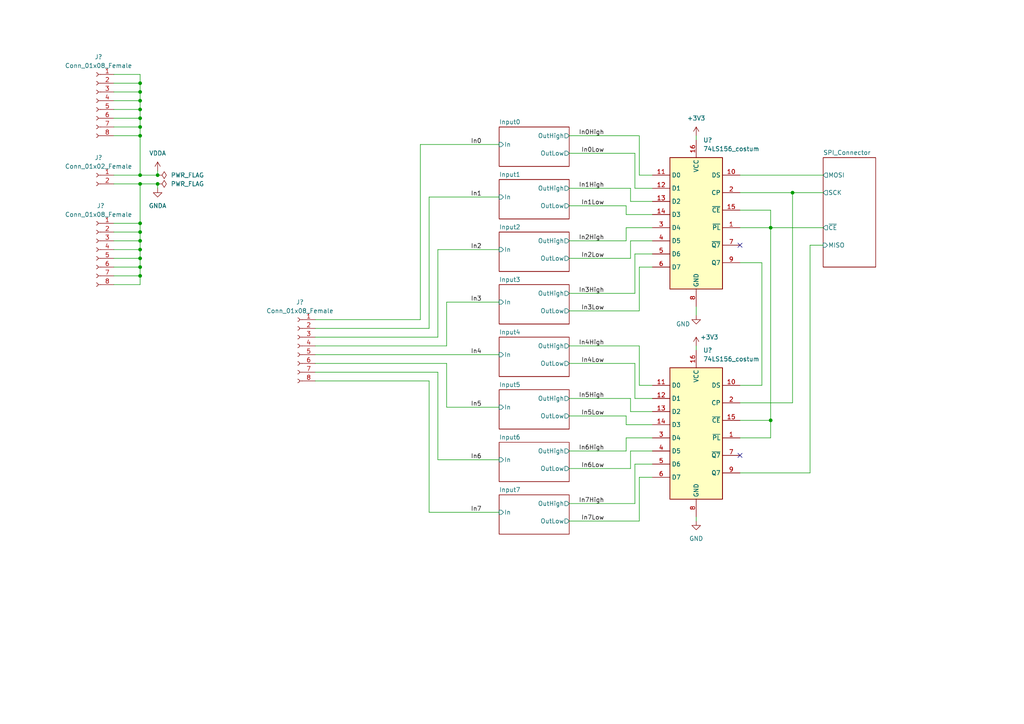
<source format=kicad_sch>
(kicad_sch (version 20211123) (generator eeschema)
  (paper "A4")
  (lib_symbols
    (symbol "Connector:Conn_01x02_Female" (pin_names (offset 1.016) hide)
      (property "Reference" "J" (at 0 2.54 0))
      (property "Value" "Conn_01x02_Female" (at 0 -5.08 0))
      (symbol "Conn_01x02_Female_1_1"
        (arc (start 0 -2.032) (mid -0.508 -2.54) (end 0 -3.048) (stroke (width 0.1524)))
        (polyline (pts (xy -1.27 -2.54) (xy -0.508 -2.54)) (stroke (width 0.1524)))
        (polyline (pts (xy -1.27 0) (xy -0.508 0)) (stroke (width 0.1524)))
        (arc (start 0 0.508) (mid -0.508 0) (end 0 -0.508) (stroke (width 0.1524)))
        (pin passive line (at -5.08 0 0) (length 3.81) (name "Pin_1") (number "1"))
        (pin passive line (at -5.08 -2.54 0) (length 3.81) (name "Pin_2") (number "2"))
      )
    )
    (symbol "Connector:Conn_01x08_Female" (pin_names (offset 1.016) hide)
      (property "Reference" "J" (at 0 10.16 0))
      (property "Value" "Conn_01x08_Female" (at 0 -12.7 0))
      (symbol "Conn_01x08_Female_1_1"
        (arc (start 0 -9.652) (mid -0.508 -10.16) (end 0 -10.668) (stroke (width 0.1524)))
        (arc (start 0 -7.112) (mid -0.508 -7.62) (end 0 -8.128) (stroke (width 0.1524)))
        (arc (start 0 -4.572) (mid -0.508 -5.08) (end 0 -5.588) (stroke (width 0.1524)))
        (arc (start 0 -2.032) (mid -0.508 -2.54) (end 0 -3.048) (stroke (width 0.1524)))
        (polyline (pts (xy -1.27 -10.16) (xy -0.508 -10.16)) (stroke (width 0.1524)))
        (polyline (pts (xy -1.27 -7.62) (xy -0.508 -7.62)) (stroke (width 0.1524)))
        (polyline (pts (xy -1.27 -5.08) (xy -0.508 -5.08)) (stroke (width 0.1524)))
        (polyline (pts (xy -1.27 -2.54) (xy -0.508 -2.54)) (stroke (width 0.1524)))
        (polyline (pts (xy -1.27 0) (xy -0.508 0)) (stroke (width 0.1524)))
        (polyline (pts (xy -1.27 2.54) (xy -0.508 2.54)) (stroke (width 0.1524)))
        (polyline (pts (xy -1.27 5.08) (xy -0.508 5.08)) (stroke (width 0.1524)))
        (polyline (pts (xy -1.27 7.62) (xy -0.508 7.62)) (stroke (width 0.1524)))
        (arc (start 0 0.508) (mid -0.508 0) (end 0 -0.508) (stroke (width 0.1524)))
        (arc (start 0 3.048) (mid -0.508 2.54) (end 0 2.032) (stroke (width 0.1524)))
        (arc (start 0 5.588) (mid -0.508 5.08) (end 0 4.572) (stroke (width 0.1524)))
        (arc (start 0 8.128) (mid -0.508 7.62) (end 0 7.112) (stroke (width 0.1524)))
        (pin passive line (at -5.08 7.62 0) (length 3.81) (name "Pin_1") (number "1"))
        (pin passive line (at -5.08 5.08 0) (length 3.81) (name "Pin_2") (number "2"))
        (pin passive line (at -5.08 2.54 0) (length 3.81) (name "Pin_3") (number "3"))
        (pin passive line (at -5.08 0 0) (length 3.81) (name "Pin_4") (number "4"))
        (pin passive line (at -5.08 -2.54 0) (length 3.81) (name "Pin_5") (number "5"))
        (pin passive line (at -5.08 -5.08 0) (length 3.81) (name "Pin_6") (number "6"))
        (pin passive line (at -5.08 -7.62 0) (length 3.81) (name "Pin_7") (number "7"))
        (pin passive line (at -5.08 -10.16 0) (length 3.81) (name "Pin_8") (number "8"))
      )
    )
    (symbol "multi_input:74LS156_costum"
      (property "Reference" "U" (at -6.35 20.32 0))
      (property "Value" "74LS156_costum" (at 10.16 20.32 0))
      (symbol "74LS156_costum_1_0"
        (pin input line (at 12.7 -2.54 180) (length 5.08) (name "~{PL}") (number "1"))
        (pin input line (at 12.7 12.7 180) (length 5.08) (name "DS") (number "10"))
        (pin input line (at -12.7 12.7 0) (length 5.08) (name "D0") (number "11"))
        (pin input line (at -12.7 8.89 0) (length 5.08) (name "D1") (number "12"))
        (pin input line (at -12.7 5.08 0) (length 5.08) (name "D2") (number "13"))
        (pin input line (at -12.7 1.27 0) (length 5.08) (name "D3") (number "14"))
        (pin input line (at 12.7 2.54 180) (length 5.08) (name "~{CE}") (number "15"))
        (pin power_in line (at 0 22.86 270) (length 5.08) (name "VCC") (number "16"))
        (pin input line (at 12.7 7.62 180) (length 5.08) (name "CP") (number "2"))
        (pin input line (at -12.7 -2.54 0) (length 5.08) (name "D4") (number "3"))
        (pin input line (at -12.7 -6.35 0) (length 5.08) (name "D5") (number "4"))
        (pin input line (at -12.7 -10.16 0) (length 5.08) (name "D6") (number "5"))
        (pin input line (at -12.7 -13.97 0) (length 5.08) (name "D7") (number "6"))
        (pin output line (at 12.7 -7.62 180) (length 5.08) (name "~{Q7}") (number "7"))
        (pin power_in line (at 0 -25.4 90) (length 5.08) (name "GND") (number "8"))
        (pin output line (at 12.7 -12.7 180) (length 5.08) (name "Q7") (number "9"))
      )
      (symbol "74LS156_costum_1_1"
        (rectangle (start -7.62 17.78) (end 7.62 -20.32) (stroke (width 0.254)) (fill (type background)))
      )
    )
    (symbol "power:+3V3" (power) (pin_names (offset 0))
      (property "Value" "+3V3" (at 0 3.556 0))
      (symbol "+3V3_0_1"
        (polyline (pts (xy -0.762 1.27) (xy 0 2.54)))
        (polyline (pts (xy 0 0) (xy 0 2.54)))
        (polyline (pts (xy 0 2.54) (xy 0.762 1.27)))
      )
      (symbol "+3V3_1_1"
        (pin power_in line (at 0 0 90) (length 0) hide (name "+3V3") (number "1"))
      )
    )
    (symbol "power:GND" (power) (pin_names (offset 0))
      (property "Value" "GND" (at 0 -3.81 0))
      (symbol "GND_0_1"
        (polyline (pts (xy 0 0) (xy 0 -1.27) (xy 1.27 -1.27) (xy 0 -2.54) (xy -1.27 -1.27) (xy 0 -1.27)))
      )
      (symbol "GND_1_1"
        (pin power_in line (at 0 0 270) (length 0) hide (name "GND") (number "1"))
      )
    )
    (symbol "power:GNDA" (power) (pin_names (offset 0))
      (property "Value" "GNDA" (at 0 -3.81 0))
      (symbol "GNDA_0_1"
        (polyline (pts (xy 0 0) (xy 0 -1.27) (xy 1.27 -1.27) (xy 0 -2.54) (xy -1.27 -1.27) (xy 0 -1.27)))
      )
      (symbol "GNDA_1_1"
        (pin power_in line (at 0 0 270) (length 0) hide (name "GNDA") (number "1"))
      )
    )
    (symbol "power:PWR_FLAG" (power) (pin_numbers hide) (pin_names (offset 0) hide)
      (property "Value" "PWR_FLAG" (at 0 3.81 0))
      (symbol "PWR_FLAG_0_0"
        (pin power_out line (at 0 0 90) (length 0) (name "pwr") (number "1"))
      )
      (symbol "PWR_FLAG_0_1"
        (polyline (pts (xy 0 0) (xy 0 1.27) (xy -1.016 1.905) (xy 0 2.54) (xy 1.016 1.905) (xy 0 1.27)))
      )
    )
    (symbol "power:VDDA" (power) (pin_names (offset 0))
      (property "Value" "VDDA" (at 0 3.81 0))
      (symbol "VDDA_0_1"
        (polyline (pts (xy -0.762 1.27) (xy 0 2.54)))
        (polyline (pts (xy 0 0) (xy 0 2.54)))
        (polyline (pts (xy 0 2.54) (xy 0.762 1.27)))
      )
      (symbol "VDDA_1_1"
        (pin power_in line (at 0 0 90) (length 0) hide (name "VDDA") (number "1"))
      )
    )
  )
  (junction (at 40.64 36.83))
  (junction (at 45.72 53.34))
  (junction (at 40.64 24.13))
  (junction (at 229.87 55.88))
  (junction (at 40.64 31.75))
  (junction (at 40.64 53.34))
  (junction (at 40.64 29.21))
  (junction (at 40.64 67.31))
  (junction (at 40.64 72.39))
  (junction (at 40.64 80.01))
  (junction (at 223.52 66.04))
  (junction (at 40.64 26.67))
  (junction (at 40.64 34.29))
  (junction (at 40.64 39.37))
  (junction (at 223.52 121.92))
  (junction (at 40.64 77.47))
  (junction (at 40.64 69.85))
  (junction (at 40.64 74.93))
  (junction (at 40.64 50.8))
  (junction (at 40.64 64.77))
  (junction (at 45.72 50.8))
  (no_connect (at 214.63 132.08))
  (no_connect (at 214.63 71.12))
  (wire (pts (xy 181.61 130.81) (xy 165.1 130.81)))
  (wire (pts (xy 185.42 111.76) (xy 189.23 111.76)))
  (wire (pts (xy 40.64 74.93) (xy 40.64 77.47)))
  (wire (pts (xy 91.44 100.33) (xy 129.54 100.33)))
  (wire (pts (xy 40.64 82.55) (xy 33.02 82.55)))
  (wire (pts (xy 238.76 66.04) (xy 223.52 66.04)))
  (wire (pts (xy 184.15 73.66) (xy 184.15 85.09)))
  (wire (pts (xy 40.64 74.93) (xy 33.02 74.93)))
  (wire (pts (xy 185.42 138.43) (xy 189.23 138.43)))
  (wire (pts (xy 185.42 50.8) (xy 189.23 50.8)))
  (wire (pts (xy 40.64 29.21) (xy 33.02 29.21)))
  (wire (pts (xy 201.93 100.33) (xy 201.93 101.6)))
  (wire (pts (xy 181.61 66.04) (xy 189.23 66.04)))
  (wire (pts (xy 182.88 130.81) (xy 182.88 135.89)))
  (wire (pts (xy 185.42 151.13) (xy 165.1 151.13)))
  (wire (pts (xy 91.44 105.41) (xy 129.54 105.41)))
  (wire (pts (xy 223.52 121.92) (xy 223.52 127)))
  (wire (pts (xy 181.61 123.19) (xy 189.23 123.19)))
  (wire (pts (xy 124.46 95.25) (xy 124.46 57.15)))
  (wire (pts (xy 40.64 67.31) (xy 40.64 69.85)))
  (wire (pts (xy 220.98 111.76) (xy 214.63 111.76)))
  (wire (pts (xy 182.88 54.61) (xy 182.88 58.42)))
  (wire (pts (xy 33.02 53.34) (xy 40.64 53.34)))
  (wire (pts (xy 40.64 36.83) (xy 40.64 39.37)))
  (wire (pts (xy 40.64 64.77) (xy 33.02 64.77)))
  (wire (pts (xy 181.61 120.65) (xy 181.61 123.19)))
  (wire (pts (xy 182.88 130.81) (xy 189.23 130.81)))
  (wire (pts (xy 181.61 69.85) (xy 165.1 69.85)))
  (wire (pts (xy 234.95 71.12) (xy 238.76 71.12)))
  (wire (pts (xy 201.93 149.86) (xy 201.93 151.13)))
  (wire (pts (xy 91.44 102.87) (xy 144.78 102.87)))
  (wire (pts (xy 181.61 59.69) (xy 181.61 62.23)))
  (wire (pts (xy 185.42 90.17) (xy 165.1 90.17)))
  (wire (pts (xy 40.64 77.47) (xy 33.02 77.47)))
  (wire (pts (xy 40.64 53.34) (xy 45.72 53.34)))
  (wire (pts (xy 40.64 80.01) (xy 40.64 82.55)))
  (wire (pts (xy 45.72 50.8) (xy 40.64 50.8)))
  (wire (pts (xy 234.95 137.16) (xy 234.95 71.12)))
  (wire (pts (xy 182.88 119.38) (xy 189.23 119.38)))
  (wire (pts (xy 40.64 50.8) (xy 40.64 39.37)))
  (wire (pts (xy 45.72 53.34) (xy 45.72 54.61)))
  (wire (pts (xy 165.1 120.65) (xy 181.61 120.65)))
  (wire (pts (xy 185.42 39.37) (xy 185.42 50.8)))
  (wire (pts (xy 40.64 64.77) (xy 40.64 67.31)))
  (wire (pts (xy 40.64 72.39) (xy 40.64 74.93)))
  (wire (pts (xy 165.1 100.33) (xy 185.42 100.33)))
  (wire (pts (xy 184.15 115.57) (xy 189.23 115.57)))
  (wire (pts (xy 214.63 137.16) (xy 234.95 137.16)))
  (wire (pts (xy 223.52 66.04) (xy 223.52 121.92)))
  (wire (pts (xy 45.72 49.53) (xy 45.72 50.8)))
  (wire (pts (xy 214.63 55.88) (xy 229.87 55.88)))
  (wire (pts (xy 165.1 54.61) (xy 182.88 54.61)))
  (wire (pts (xy 127 97.79) (xy 127 72.39)))
  (wire (pts (xy 40.64 24.13) (xy 40.64 26.67)))
  (wire (pts (xy 40.64 21.59) (xy 33.02 21.59)))
  (wire (pts (xy 40.64 36.83) (xy 33.02 36.83)))
  (wire (pts (xy 40.64 31.75) (xy 33.02 31.75)))
  (wire (pts (xy 184.15 44.45) (xy 184.15 54.61)))
  (wire (pts (xy 223.52 121.92) (xy 214.63 121.92)))
  (wire (pts (xy 182.88 115.57) (xy 182.88 119.38)))
  (wire (pts (xy 124.46 110.49) (xy 124.46 148.59)))
  (wire (pts (xy 40.64 26.67) (xy 40.64 29.21)))
  (wire (pts (xy 91.44 107.95) (xy 127 107.95)))
  (wire (pts (xy 184.15 85.09) (xy 165.1 85.09)))
  (wire (pts (xy 40.64 77.47) (xy 40.64 80.01)))
  (wire (pts (xy 40.64 34.29) (xy 40.64 36.83)))
  (wire (pts (xy 182.88 74.93) (xy 165.1 74.93)))
  (wire (pts (xy 127 72.39) (xy 144.78 72.39)))
  (wire (pts (xy 40.64 21.59) (xy 40.64 24.13)))
  (wire (pts (xy 129.54 118.11) (xy 144.78 118.11)))
  (wire (pts (xy 165.1 105.41) (xy 184.15 105.41)))
  (wire (pts (xy 181.61 66.04) (xy 181.61 69.85)))
  (wire (pts (xy 185.42 77.47) (xy 185.42 90.17)))
  (wire (pts (xy 91.44 97.79) (xy 127 97.79)))
  (wire (pts (xy 229.87 55.88) (xy 238.76 55.88)))
  (wire (pts (xy 129.54 100.33) (xy 129.54 87.63)))
  (wire (pts (xy 214.63 76.2) (xy 220.98 76.2)))
  (wire (pts (xy 40.64 24.13) (xy 33.02 24.13)))
  (wire (pts (xy 40.64 67.31) (xy 33.02 67.31)))
  (wire (pts (xy 91.44 110.49) (xy 124.46 110.49)))
  (wire (pts (xy 40.64 53.34) (xy 40.64 64.77)))
  (wire (pts (xy 121.92 92.71) (xy 121.92 41.91)))
  (wire (pts (xy 184.15 54.61) (xy 189.23 54.61)))
  (wire (pts (xy 229.87 116.84) (xy 214.63 116.84)))
  (wire (pts (xy 229.87 55.88) (xy 229.87 116.84)))
  (wire (pts (xy 40.64 34.29) (xy 33.02 34.29)))
  (wire (pts (xy 214.63 50.8) (xy 238.76 50.8)))
  (wire (pts (xy 121.92 41.91) (xy 144.78 41.91)))
  (wire (pts (xy 184.15 73.66) (xy 189.23 73.66)))
  (wire (pts (xy 129.54 87.63) (xy 144.78 87.63)))
  (wire (pts (xy 91.44 95.25) (xy 124.46 95.25)))
  (wire (pts (xy 91.44 92.71) (xy 121.92 92.71)))
  (wire (pts (xy 165.1 59.69) (xy 181.61 59.69)))
  (wire (pts (xy 201.93 88.9) (xy 201.93 91.44)))
  (wire (pts (xy 182.88 135.89) (xy 165.1 135.89)))
  (wire (pts (xy 181.61 127) (xy 181.61 130.81)))
  (wire (pts (xy 181.61 62.23) (xy 189.23 62.23)))
  (wire (pts (xy 214.63 127) (xy 223.52 127)))
  (wire (pts (xy 181.61 127) (xy 189.23 127)))
  (wire (pts (xy 40.64 80.01) (xy 33.02 80.01)))
  (wire (pts (xy 223.52 60.96) (xy 223.52 66.04)))
  (wire (pts (xy 40.64 72.39) (xy 33.02 72.39)))
  (wire (pts (xy 129.54 105.41) (xy 129.54 118.11)))
  (wire (pts (xy 220.98 76.2) (xy 220.98 111.76)))
  (wire (pts (xy 40.64 39.37) (xy 33.02 39.37)))
  (wire (pts (xy 40.64 29.21) (xy 40.64 31.75)))
  (wire (pts (xy 182.88 58.42) (xy 189.23 58.42)))
  (wire (pts (xy 124.46 148.59) (xy 144.78 148.59)))
  (wire (pts (xy 124.46 57.15) (xy 144.78 57.15)))
  (wire (pts (xy 40.64 26.67) (xy 33.02 26.67)))
  (wire (pts (xy 182.88 69.85) (xy 182.88 74.93)))
  (wire (pts (xy 165.1 115.57) (xy 182.88 115.57)))
  (wire (pts (xy 185.42 100.33) (xy 185.42 111.76)))
  (wire (pts (xy 201.93 39.37) (xy 201.93 40.64)))
  (wire (pts (xy 127 133.35) (xy 144.78 133.35)))
  (wire (pts (xy 185.42 138.43) (xy 185.42 151.13)))
  (wire (pts (xy 185.42 77.47) (xy 189.23 77.47)))
  (wire (pts (xy 33.02 50.8) (xy 40.64 50.8)))
  (wire (pts (xy 165.1 39.37) (xy 185.42 39.37)))
  (wire (pts (xy 214.63 66.04) (xy 223.52 66.04)))
  (wire (pts (xy 184.15 146.05) (xy 165.1 146.05)))
  (wire (pts (xy 40.64 31.75) (xy 40.64 34.29)))
  (wire (pts (xy 184.15 134.62) (xy 184.15 146.05)))
  (wire (pts (xy 165.1 44.45) (xy 184.15 44.45)))
  (wire (pts (xy 182.88 69.85) (xy 189.23 69.85)))
  (wire (pts (xy 223.52 60.96) (xy 214.63 60.96)))
  (wire (pts (xy 184.15 134.62) (xy 189.23 134.62)))
  (wire (pts (xy 40.64 69.85) (xy 33.02 69.85)))
  (wire (pts (xy 40.64 69.85) (xy 40.64 72.39)))
  (wire (pts (xy 184.15 105.41) (xy 184.15 115.57)))
  (wire (pts (xy 127 107.95) (xy 127 133.35)))
  (label "In3High" (at 175.26 85.09 180))
  (label "In6" (at 139.7 133.35 180))
  (label "In4Low" (at 175.26 105.41 180))
  (label "In0" (at 139.7 41.91 180))
  (label "In2" (at 139.7 72.39 180))
  (label "In3" (at 139.7 87.63 180))
  (label "In6High" (at 175.26 130.81 180))
  (label "In0Low" (at 175.26 44.45 180))
  (label "In4" (at 139.7 102.87 180))
  (label "In1High" (at 175.26 54.61 180))
  (label "In5" (at 139.7 118.11 180))
  (label "In1" (at 139.7 57.15 180))
  (label "In0High" (at 175.26 39.37 180))
  (label "In7Low" (at 175.26 151.13 180))
  (label "In5Low" (at 175.26 120.65 180))
  (label "In7High" (at 175.26 146.05 180))
  (label "In7" (at 139.7 148.59 180))
  (label "In5High" (at 175.26 115.57 180))
  (label "In3Low" (at 175.26 90.17 180))
  (label "In2High" (at 175.26 69.85 180))
  (label "In4High" (at 175.26 100.33 180))
  (label "In1Low" (at 175.26 59.69 180))
  (label "In6Low" (at 175.26 135.89 180))
  (label "In2Low" (at 175.26 74.93 180))
  (symbol (lib_id "multi_input:74LS156_costum") (at 201.93 124.46 0) (unit 1)
    (property "Reference" "U?" (at 203.9494 101.6 0) (effects (justify left)))
    (property "Value" "74LS156_costum" (at 203.9494 104.14 0) (effects (justify left)))
  )
  (symbol (lib_id "power:PWR_FLAG") (at 45.72 50.8 270) (unit 1)
    (property "Reference" "#FLG?" (effects hide))
    (property "Value" "PWR_FLAG" (at 49.53 50.7999 90) (effects (justify left)))
  )
  (symbol (lib_id "Connector:Conn_01x02_Female") (at 27.94 50.8 0) (mirror y) (unit 1)
    (property "Reference" "J?" (at 28.575 45.72 0))
    (property "Value" "Conn_01x02_Female" (at 28.575 48.26 0))
  )
  (symbol (lib_id "Connector:Conn_01x08_Female") (at 86.36 100.33 0) (mirror y) (unit 1)
    (property "Reference" "J?" (at 86.995 87.63 0))
    (property "Value" "Conn_01x08_Female" (at 86.995 90.17 0))
  )
  (symbol (lib_id "Connector:Conn_01x08_Female") (at 27.94 72.39 0) (mirror y) (unit 1)
    (property "Reference" "J?" (at 29.21 59.69 0))
    (property "Value" "Conn_01x08_Female" (at 28.575 62.23 0))
  )
  (symbol (lib_id "power:+3V3") (at 201.93 100.33 0) (unit 1)
    (property "Reference" "#PWR?" (effects hide))
    (property "Value" "+3V3" (at 205.74 97.79 0))
  )
  (symbol (lib_id "multi_input:74LS156_costum") (at 201.93 63.5 0) (unit 1)
    (property "Reference" "U?" (at 203.9494 40.64 0) (effects (justify left)))
    (property "Value" "74LS156_costum" (at 203.9494 43.18 0) (effects (justify left)))
  )
  (symbol (lib_id "power:GNDA") (at 45.72 54.61 0) (unit 1)
    (property "Reference" "#PWR?" (effects hide))
    (property "Value" "GNDA" (at 45.72 59.69 0))
  )
  (symbol (lib_id "power:GND") (at 201.93 91.44 0) (unit 1)
    (property "Reference" "#PWR?" (effects hide))
    (property "Value" "GND" (at 198.12 93.98 0))
  )
  (symbol (lib_id "power:GND") (at 201.93 151.13 0) (unit 1)
    (property "Reference" "#PWR?" (effects hide))
    (property "Value" "GND" (at 201.93 156.21 0))
  )
  (symbol (lib_id "power:VDDA") (at 45.72 49.53 0) (unit 1)
    (property "Reference" "#PWR?" (effects hide))
    (property "Value" "VDDA" (at 45.72 44.45 0))
  )
  (symbol (lib_id "power:+3V3") (at 201.93 39.37 0) (unit 1)
    (property "Reference" "#PWR?" (effects hide))
    (property "Value" "+3V3" (at 201.93 34.29 0))
  )
  (symbol (lib_id "power:PWR_FLAG") (at 45.72 53.34 270) (unit 1)
    (property "Reference" "#FLG?" (effects hide))
    (property "Value" "PWR_FLAG" (at 49.53 53.3399 90) (effects (justify left)))
  )
  (symbol (lib_id "Connector:Conn_01x08_Female") (at 27.94 29.21 0) (mirror y) (unit 1)
    (property "Reference" "J?" (at 28.575 16.51 0))
    (property "Value" "Conn_01x08_Female" (at 28.575 19.05 0))
  )
  (sheet (at 144.78 143.51) (size 20.32 11.43) (stroke (width 0.1524))
    (property "Sheet name" "Input7" (at 144.78 142.7984 0) (effects (justify left bottom)))
    (property "Sheet file" "input.kicad_sch" (effects hide))
    (pin "OutLow" output (at 165.1 151.13 0))
    (pin "In" input (at 144.78 148.59 180))
    (pin "OutHigh" output (at 165.1 146.05 0))
  )
  (sheet (at 238.76 45.72) (size 15.24 31.75) (stroke (width 0.1524))
    (property "Sheet name" "SPI_Connector" (at 238.76 45.0084 0) (effects (justify left bottom)))
    (property "Sheet file" "spi_connector.kicad_sch" (effects hide))
    (pin "~{CE}" output (at 238.76 66.04 180))
    (pin "SCK" output (at 238.76 55.88 180))
    (pin "MISO" input (at 238.76 71.12 180))
    (pin "MOSI" output (at 238.76 50.8 180))
  )
  (sheet (at 144.78 82.55) (size 20.32 11.43) (stroke (width 0.1524))
    (property "Sheet name" "Input3" (at 144.78 81.8384 0) (effects (justify left bottom)))
    (property "Sheet file" "input.kicad_sch" (effects hide))
    (pin "OutLow" output (at 165.1 90.17 0))
    (pin "In" input (at 144.78 87.63 180))
    (pin "OutHigh" output (at 165.1 85.09 0))
  )
  (sheet (at 144.78 128.27) (size 20.32 11.43) (stroke (width 0.1524))
    (property "Sheet name" "Input6" (at 144.78 127.5584 0) (effects (justify left bottom)))
    (property "Sheet file" "input.kicad_sch" (effects hide))
    (pin "OutLow" output (at 165.1 135.89 0))
    (pin "In" input (at 144.78 133.35 180))
    (pin "OutHigh" output (at 165.1 130.81 0))
  )
  (sheet (at 144.78 36.83) (size 20.32 11.43) (stroke (width 0.1524))
    (property "Sheet name" "Input0" (at 144.78 36.1184 0) (effects (justify left bottom)))
    (property "Sheet file" "input.kicad_sch" (effects hide))
    (pin "OutLow" output (at 165.1 44.45 0))
    (pin "In" input (at 144.78 41.91 180))
    (pin "OutHigh" output (at 165.1 39.37 0))
  )
  (sheet (at 144.78 67.31) (size 20.32 11.43) (stroke (width 0.1524))
    (property "Sheet name" "Input2" (at 144.78 66.5984 0) (effects (justify left bottom)))
    (property "Sheet file" "input.kicad_sch" (effects hide))
    (pin "OutLow" output (at 165.1 74.93 0))
    (pin "In" input (at 144.78 72.39 180))
    (pin "OutHigh" output (at 165.1 69.85 0))
  )
  (sheet (at 144.78 52.07) (size 20.32 11.43) (stroke (width 0.1524))
    (property "Sheet name" "Input1" (at 144.78 51.3584 0) (effects (justify left bottom)))
    (property "Sheet file" "input.kicad_sch" (effects hide))
    (pin "OutLow" output (at 165.1 59.69 0))
    (pin "In" input (at 144.78 57.15 180))
    (pin "OutHigh" output (at 165.1 54.61 0))
  )
  (sheet (at 144.78 97.79) (size 20.32 11.43) (stroke (width 0.1524))
    (property "Sheet name" "Input4" (at 144.78 97.0784 0) (effects (justify left bottom)))
    (property "Sheet file" "input.kicad_sch" (effects hide))
    (pin "OutLow" output (at 165.1 105.41 0))
    (pin "In" input (at 144.78 102.87 180))
    (pin "OutHigh" output (at 165.1 100.33 0))
  )
  (sheet (at 144.78 113.03) (size 20.32 11.43) (stroke (width 0.1524))
    (property "Sheet name" "Input5" (at 144.78 112.3184 0) (effects (justify left bottom)))
    (property "Sheet file" "input.kicad_sch" (effects hide))
    (pin "OutLow" output (at 165.1 120.65 0))
    (pin "In" input (at 144.78 118.11 180))
    (pin "OutHigh" output (at 165.1 115.57 0))
  )
)
</source>
